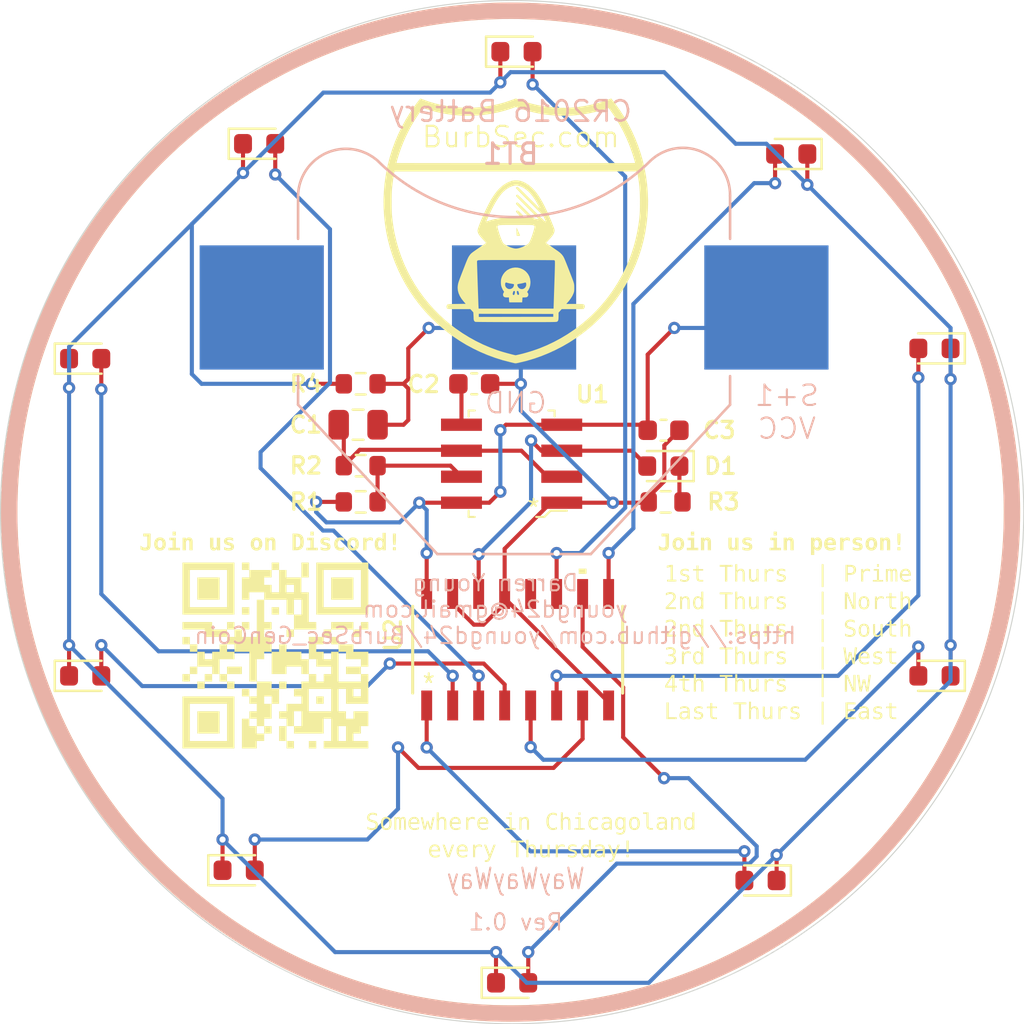
<source format=kicad_pcb>
(kicad_pcb (version 20240108) (generator "pcbnew") (generator_version "8.0")
  (title_block (title "BurbSec General Meetup Coin (2025)") (date "2024-12-28") (rev "0.1") (comment 1 "Email: youngd24@gmail.com") (comment 2 "Author: DY"))
  (layers (0 "F.Cu" signal) (31 "B.Cu" signal) (34 "B.Paste" user) (35 "F.Paste" user) (36 "B.SilkS" user "B.Silkscreen") (37 "F.SilkS" user "F.Silkscreen") (38 "B.Mask" user) (39 "F.Mask" user) (44 "Edge.Cuts" user))
  (net 0 "")
  (net 1 "VCC")
  (net 2 "GND")
  (net 3 "Net-(U1-THRES)")
  (net 4 "Net-(U1-CONT)")
  (net 5 "Net-(D1-K)")
  (net 6 "Net-(D1-A)")
  (net 7 "Net-(D10-K)")
  (net 8 "Net-(D2-A)")
  (net 9 "Net-(D3-A)")
  (net 10 "Net-(D4-A)")
  (net 11 "Net-(D5-A)")
  (net 12 "Net-(D6-A)")
  (net 13 "Net-(D7-A)")
  (net 14 "Net-(D8-A)")
  (net 15 "Net-(D9-A)")
  (net 16 "Net-(D10-A)")
  (net 17 "Net-(D11-A)")
  (net 18 "Net-(U1-DISCH)")
  (footprint "LED_SMD:LED_0603_1608Metric" (layer "F.Cu") (at 134.575 113)
    (property "Reference" "D7" (hide yes))
    (property "Value" "LED" (hide yes))
    (pad "1" smd roundrect (at -0.7875 0) (size 0.875 0.95) (layers "F.Cu" "F.Paste" "F.Mask") (net 7 "Net-(D10-K)"))
    (pad "2" smd roundrect (at 0.7875 0) (size 0.875 0.95) (layers "F.Cu" "F.Paste" "F.Mask") (net 13 "Net-(D7-A)"))
  )
  (footprint "LOGO" (layer "F.Cu") (at 134.75 76.25)
    (property "Reference" "G***" (hide yes))
    (property "Value" "LOGO" (hide yes))
  )
  (footprint "LED_SMD:LED_0603_1608Metric" (layer "F.Cu") (at 155.2125 98 180)
    (property "Reference" "D5" (hide yes))
    (property "Value" "LED" (hide yes))
    (pad "1" smd roundrect (at -0.7875 0 180) (size 0.875 0.95) (layers "F.Cu" "F.Paste" "F.Mask") (net 7 "Net-(D10-K)"))
    (pad "2" smd roundrect (at 0.7875 0 180) (size 0.875 0.95) (layers "F.Cu" "F.Paste" "F.Mask") (net 11 "Net-(D5-A)"))
  )
  (footprint "digikey-footprints:SOIC-8_W3.9mm" (layer "F.Cu") (at 134.55 87.635 90)
    (property "Reference" "U1" (at 3.385 3.95 180) (layer "F.SilkS") (effects (font (size 0.8 0.8))))
    (property "Value" "NE555DR" (hide yes))
    (pad "1" smd rect (at -1.905 2.45 90) (size 0.6 2) (layers "F.Cu" "F.Paste" "F.Mask") (net 2 "GND"))
    (pad "2" smd rect (at -0.635 2.45 90) (size 0.6 2) (layers "F.Cu" "F.Paste" "F.Mask") (net 3 "Net-(U1-THRES)"))
    (pad "3" smd rect (at 0.635 2.45 90) (size 0.6 2) (layers "F.Cu" "F.Paste" "F.Mask") (net 6 "Net-(D1-A)"))
    (pad "4" smd rect (at 1.905 2.45 90) (size 0.6 2) (layers "F.Cu" "F.Paste" "F.Mask") (net 1 "VCC"))
    (pad "5" smd rect (at 1.905 -2.45 90) (size 0.6 2) (layers "F.Cu" "F.Paste" "F.Mask") (net 4 "Net-(U1-CONT)"))
    (pad "6" smd rect (at 0.635 -2.45 90) (size 0.6 2) (layers "F.Cu" "F.Paste" "F.Mask") (net 3 "Net-(U1-THRES)"))
    (pad "7" smd rect (at -0.635 -2.45 90) (size 0.6 2) (layers "F.Cu" "F.Paste" "F.Mask") (net 18 "Net-(U1-DISCH)"))
    (pad "8" smd rect (at -1.905 -2.45 90) (size 0.6 2) (layers "F.Cu" "F.Paste" "F.Mask") (net 1 "VCC"))
  )
  (footprint "Capacitor_SMD:C_0805_2012Metric" (layer "F.Cu") (at 127.05 85.73)
    (property "Reference" "C1" (at -2.55 0 0) (layer "F.SilkS") (effects (font (size 0.8 0.8))))
    (property "Value" "10uF" (hide yes))
    (pad "1" smd roundrect (at -0.95 0) (size 1 1.45) (layers "F.Cu" "F.Paste" "F.Mask") (net 3 "Net-(U1-THRES)"))
    (pad "2" smd roundrect (at 0.95 0) (size 1 1.45) (layers "F.Cu" "F.Paste" "F.Mask") (net 2 "GND"))
  )
  (footprint "LED_SMD:LED_0603_1608Metric" (layer "F.Cu") (at 134.7875 67.5)
    (property "Reference" "D2" (hide yes))
    (property "Value" "LED" (hide yes))
    (pad "1" smd roundrect (at -0.7875 0) (size 0.875 0.95) (layers "F.Cu" "F.Paste" "F.Mask") (net 7 "Net-(D10-K)"))
    (pad "2" smd roundrect (at 0.7875 0) (size 0.875 0.95) (layers "F.Cu" "F.Paste" "F.Mask") (net 8 "Net-(D2-A)"))
  )
  (footprint "LED_SMD:LED_0603_1608Metric" (layer "F.Cu") (at 155.2125 82 180)
    (property "Reference" "D4" (hide yes))
    (property "Value" "LED" (hide yes))
    (pad "1" smd roundrect (at -0.7875 0 180) (size 0.875 0.95) (layers "F.Cu" "F.Paste" "F.Mask") (net 7 "Net-(D10-K)"))
    (pad "2" smd roundrect (at 0.7875 0 180) (size 0.875 0.95) (layers "F.Cu" "F.Paste" "F.Mask") (net 10 "Net-(D4-A)"))
  )
  (footprint "LED_SMD:LED_0603_1608Metric" (layer "F.Cu") (at 113.7125 82.5)
    (property "Reference" "D10" (hide yes))
    (property "Value" "LED" (hide yes))
    (pad "1" smd roundrect (at -0.7875 0) (size 0.875 0.95) (layers "F.Cu" "F.Paste" "F.Mask") (net 7 "Net-(D10-K)"))
    (pad "2" smd roundrect (at 0.7875 0) (size 0.875 0.95) (layers "F.Cu" "F.Paste" "F.Mask") (net 16 "Net-(D10-A)"))
  )
  (footprint "LED_SMD:LED_0603_1608Metric" (layer "F.Cu") (at 141.9625 87.75 180)
    (property "Reference" "D1" (at -2.7875 0 0) (layer "F.SilkS") (effects (font (size 0.8 0.8))))
    (property "Value" "LED" (hide yes))
    (pad "1" smd roundrect (at -0.7875 0 180) (size 0.875 0.95) (layers "F.Cu" "F.Paste" "F.Mask") (net 5 "Net-(D1-K)"))
    (pad "2" smd roundrect (at 0.7875 0 180) (size 0.875 0.95) (layers "F.Cu" "F.Paste" "F.Mask") (net 6 "Net-(D1-A)"))
  )
  (footprint "footprints:SO16_SOT109-1_NEX" (layer "F.Cu") (at 134.845 96.72415 90)
    (property "Reference" "U2" (at 0.72415 -6.095 90) (layer "F.SilkS") (effects (font (size 0.8 0.8))))
    (property "Value" "74HC4017D_653" (hide yes))
    (pad "1" smd rect (at -2.72415 -4.445 90) (size 1.4605 0.5334) (layers "F.Cu" "F.Paste" "F.Mask") (net 12 "Net-(D6-A)"))
    (pad "2" smd rect (at -2.72415 -3.175 90) (size 1.4605 0.5334) (layers "F.Cu" "F.Paste" "F.Mask") (net 16 "Net-(D10-A)"))
    (pad "3" smd rect (at -2.72415 -1.905 90) (size 1.4605 0.5334) (layers "F.Cu" "F.Paste" "F.Mask") (net 17 "Net-(D11-A)"))
    (pad "4" smd rect (at -2.72415 -0.635 90) (size 1.4605 0.5334) (layers "F.Cu" "F.Paste" "F.Mask") (net 15 "Net-(D9-A)"))
    (pad "5" smd rect (at -2.72415 0.635 90) (size 1.4605 0.5334) (layers "F.Cu" "F.Paste" "F.Mask") (net 11 "Net-(D5-A)"))
    (pad "6" smd rect (at -2.72415 1.905 90) (size 1.4605 0.5334) (layers "F.Cu" "F.Paste" "F.Mask") (net 10 "Net-(D4-A)"))
    (pad "7" smd rect (at -2.72415 3.175 90) (size 1.4605 0.5334) (layers "F.Cu" "F.Paste" "F.Mask") (net 14 "Net-(D8-A)"))
    (pad "8" smd rect (at -2.72415 4.445 90) (size 1.4605 0.5334) (layers "F.Cu" "F.Paste" "F.Mask") (net 2 "GND"))
    (pad "9" smd rect (at 2.72415 4.445 90) (size 1.4605 0.5334) (layers "F.Cu" "F.Paste" "F.Mask") (net 9 "Net-(D3-A)"))
    (pad "10" smd rect (at 2.72415 3.175 90) (size 1.4605 0.5334) (layers "F.Cu" "F.Paste" "F.Mask") (net 13 "Net-(D7-A)"))
    (pad "11" smd rect (at 2.72415 1.905 90) (size 1.4605 0.5334) (layers "F.Cu" "F.Paste" "F.Mask") (net 8 "Net-(D2-A)"))
    (pad "12" smd rect (at 2.72415 0.635 90) (size 1.4605 0.5334) (layers "F.Cu" "F.Paste" "F.Mask"))
    (pad "13" smd rect (at 2.72415 -0.635 90) (size 1.4605 0.5334) (layers "F.Cu" "F.Paste" "F.Mask") (net 2 "GND"))
    (pad "14" smd rect (at 2.72415 -1.905 90) (size 1.4605 0.5334) (layers "F.Cu" "F.Paste" "F.Mask") (net 6 "Net-(D1-A)"))
    (pad "15" smd rect (at 2.72415 -3.175 90) (size 1.4605 0.5334) (layers "F.Cu" "F.Paste" "F.Mask") (net 2 "GND"))
    (pad "16" smd rect (at 2.72415 -4.445 90) (size 1.4605 0.5334) (layers "F.Cu" "F.Paste" "F.Mask") (net 1 "VCC"))
  )
  (footprint "Resistor_SMD:R_0603_1608Metric" (layer "F.Cu") (at 127.175 87.73 180)
    (property "Reference" "R2" (at 2.675 0 0) (layer "F.SilkS") (effects (font (size 0.8 0.8))))
    (property "Value" "10k" (hide yes))
    (pad "1" smd roundrect (at -0.825 0 180) (size 0.8 0.95) (layers "F.Cu" "F.Paste" "F.Mask") (net 18 "Net-(U1-DISCH)"))
    (pad "2" smd roundrect (at 0.825 0 180) (size 0.8 0.95) (layers "F.Cu" "F.Paste" "F.Mask") (net 3 "Net-(U1-THRES)"))
  )
  (footprint "LED_SMD:LED_0603_1608Metric" (layer "F.Cu") (at 113.7125 98)
    (property "Reference" "D9" (hide yes))
    (property "Value" "LED" (hide yes))
    (pad "1" smd roundrect (at -0.7875 0) (size 0.875 0.95) (layers "F.Cu" "F.Paste" "F.Mask") (net 7 "Net-(D10-K)"))
    (pad "2" smd roundrect (at 0.7875 0) (size 0.875 0.95) (layers "F.Cu" "F.Paste" "F.Mask") (net 15 "Net-(D9-A)"))
  )
  (footprint "LOGO" (layer "F.Cu") (at 134.75 77.25)
    (property "Reference" "G***" (hide yes))
    (property "Value" "LOGO" (hide yes))
  )
  (footprint "Resistor_SMD:R_0603_1608Metric" (layer "F.Cu") (at 127.175 83.73 180)
    (property "Reference" "R4" (at 2.675 0 180) (layer "F.SilkS") (effects (font (size 0.8 0.8))))
    (property "Value" "680R" (hide yes))
    (pad "1" smd roundrect (at -0.825 0 180) (size 0.8 0.95) (layers "F.Cu" "F.Paste" "F.Mask") (net 2 "GND"))
    (pad "2" smd roundrect (at 0.825 0 180) (size 0.8 0.95) (layers "F.Cu" "F.Paste" "F.Mask") (net 7 "Net-(D10-K)"))
  )
  (footprint "Resistor_SMD:R_0603_1608Metric" (layer "F.Cu") (at 142.075 89.5 180)
    (property "Reference" "R3" (at -2.825 0 0) (layer "F.SilkS") (effects (font (size 0.8 0.8))))
    (property "Value" "680R" (hide yes))
    (pad "1" smd roundrect (at -0.825 0 180) (size 0.8 0.95) (layers "F.Cu" "F.Paste" "F.Mask") (net 5 "Net-(D1-K)"))
    (pad "2" smd roundrect (at 0.825 0 180) (size 0.8 0.95) (layers "F.Cu" "F.Paste" "F.Mask") (net 2 "GND"))
  )
  (footprint "LED_SMD:LED_0603_1608Metric" (layer "F.Cu") (at 146.7125 108 180)
    (property "Reference" "D6" (hide yes))
    (property "Value" "LED" (hide yes))
    (pad "1" smd roundrect (at -0.7875 0 180) (size 0.875 0.95) (layers "F.Cu" "F.Paste" "F.Mask") (net 7 "Net-(D10-K)"))
    (pad "2" smd roundrect (at 0.7875 0 180) (size 0.875 0.95) (layers "F.Cu" "F.Paste" "F.Mask") (net 12 "Net-(D6-A)"))
  )
  (footprint "Capacitor_SMD:C_0603_1608Metric" (layer "F.Cu") (at 141.975 86)
    (property "Reference" "C3" (at 2.725 0 0) (layer "F.SilkS") (effects (font (size 0.8 0.8))))
    (property "Value" "10nF" (hide yes))
    (pad "1" smd roundrect (at -0.775 0) (size 0.9 0.95) (layers "F.Cu" "F.Paste" "F.Mask") (net 1 "VCC"))
    (pad "2" smd roundrect (at 0.775 0) (size 0.9 0.95) (layers "F.Cu" "F.Paste" "F.Mask") (net 2 "GND"))
  )
  (footprint "LED_SMD:LED_0603_1608Metric" (layer "F.Cu") (at 121.2125 107.5)
    (property "Reference" "D8" (hide yes))
    (property "Value" "LED" (hide yes))
    (pad "1" smd roundrect (at -0.7875 0) (size 0.875 0.95) (layers "F.Cu" "F.Paste" "F.Mask") (net 7 "Net-(D10-K)"))
    (pad "2" smd roundrect (at 0.7875 0) (size 0.875 0.95) (layers "F.Cu" "F.Paste" "F.Mask") (net 14 "Net-(D8-A)"))
  )
  (footprint "LED_SMD:LED_0603_1608Metric" (layer "F.Cu") (at 122.2125 72)
    (property "Reference" "D11" (hide yes))
    (property "Value" "LED" (hide yes))
    (pad "1" smd roundrect (at -0.7875 0) (size 0.875 0.95) (layers "F.Cu" "F.Paste" "F.Mask") (net 7 "Net-(D10-K)"))
    (pad "2" smd roundrect (at 0.7875 0) (size 0.875 0.95) (layers "F.Cu" "F.Paste" "F.Mask") (net 17 "Net-(D11-A)"))
  )
  (footprint "LOGO" (layer "F.Cu") (at 123 97)
    (property "Reference" "G***" (hide yes))
    (property "Value" "LOGO" (hide yes))
  )
  (footprint "Resistor_SMD:R_0603_1608Metric" (layer "F.Cu") (at 127.175 89.5)
    (property "Reference" "R1" (at -2.675 0 0) (layer "F.SilkS") (effects (font (size 0.8 0.8))))
    (property "Value" "10k" (hide yes))
    (pad "1" smd roundrect (at -0.825 0) (size 0.8 0.95) (layers "F.Cu" "F.Paste" "F.Mask") (net 1 "VCC"))
    (pad "2" smd roundrect (at 0.825 0) (size 0.8 0.95) (layers "F.Cu" "F.Paste" "F.Mask") (net 18 "Net-(U1-DISCH)"))
  )
  (footprint "LED_SMD:LED_0603_1608Metric" (layer "F.Cu") (at 148.2125 72.5 180)
    (property "Reference" "D3" (hide yes))
    (property "Value" "LED" (hide yes))
    (pad "1" smd roundrect (at -0.7875 0 180) (size 0.875 0.95) (layers "F.Cu" "F.Paste" "F.Mask") (net 7 "Net-(D10-K)"))
    (pad "2" smd roundrect (at 0.7875 0 180) (size 0.875 0.95) (layers "F.Cu" "F.Paste" "F.Mask") (net 9 "Net-(D3-A)"))
  )
  (footprint "Capacitor_SMD:C_0603_1608Metric" (layer "F.Cu") (at 132.725 83.73)
    (property "Reference" "C2" (at -2.475 0.02 0) (layer "F.SilkS") (effects (font (size 0.8 0.8))))
    (property "Value" "10nF" (hide yes))
    (pad "1" smd roundrect (at -0.775 0) (size 0.9 0.95) (layers "F.Cu" "F.Paste" "F.Mask") (net 4 "Net-(U1-CONT)"))
    (pad "2" smd roundrect (at 0.775 0) (size 0.9 0.95) (layers "F.Cu" "F.Paste" "F.Mask") (net 2 "GND"))
  )
  (footprint "BCoin_Footprint_Library:BAT_BK-5067" (layer "B.Cu") (at 134.67 80 180)
    (property "Reference" "BT1" (at 0.17 7.5 0) (layer "B.SilkS") (effects (font (size 1.00178 1.00178)) (justify mirror)))
    (property "Value" "BK-5067" (hide yes))
    (pad "-" smd rect (at 0 0 180) (size 6.07 6.07) (layers "B.Cu" "B.Mask") (net 2 "GND"))
    (pad "S+1" smd rect (at -12.33 0 180) (size 6.07 6.07) (layers "B.Cu" "B.Paste" "B.Mask") (net 1 "VCC"))
    (pad "S+2" smd rect (at 12.33 0 180) (size 6.07 6.07) (layers "B.Cu" "B.Paste" "B.Mask"))
  )
  (gr_circle (center 134.5 90) (end 159 90) (stroke (width 0.8)) (fill none) (layer "B.SilkS"))
  (gr_circle (center 134.5 90) (end 159 90) (stroke (width 0.8)) (fill none) (layer "F.SilkS"))
  (gr_circle (center 134.575 90) (end 159.575 90) (stroke (width 0.05)) (fill none) (layer "Edge.Cuts"))
  (gr_text "WayWayWay" (at 134.75 108.5 0) (layer "B.SilkS") (effects (font (size 1 0.8) (thickness 0.1)) (justify bottom mirror)))
  (gr_text "Darren Young\nyoungd24@gmail.com\nhttps://github.com/youngd24/BurbSec_GenCoin" (at 133.75 96.5 0) (layer "B.SilkS") (effects (font (size 0.8 0.8) (thickness 0.1)) (justify bottom mirror)))
  (gr_text "Rev ${REVISION}" (at 134.75 110.5 0) (layer "B.SilkS") (effects (font (size 0.8 0.8) (thickness 0.1)) (justify bottom mirror)))
  (gr_text "S+1\nVCC" (at 148 86.5 0) (layer "B.SilkS") (effects (font (size 1 1) (thickness 0.1)) (justify bottom mirror)))
  (gr_text "GND" (at 134.75 85.25 0) (layer "B.SilkS") (effects (font (size 1 1) (thickness 0.1)) (justify bottom mirror)))
  (gr_text "CR2016 Battery" (at 134.5 71 0) (layer "B.SilkS") (effects (font (size 1 1) (thickness 0.125)) (justify bottom mirror)))
  (gr_text "Join us on Discord!" (at 122.758553 92 0) (layer "F.SilkS") (effects (font (size 0.8 0.8) (thickness 0.16) (bold yes)) (justify bottom)))
  (gr_text "*" (at 135.25 90.25 0) (layer "F.SilkS") (effects (font (size 0.8 0.8) (thickness 0.1)) (justify left bottom)))
  (gr_text "BurbSec.com" (at 135 72.25 0) (layer "F.SilkS") (effects (font (size 1 1) (thickness 0.1)) (justify bottom)))
  (gr_text "Somewhere in Chicagoland\nevery Thursday!" (at 135.5 107 0) (layer "F.SilkS") (effects (font (size 0.8 0.8) (thickness 0.1)) (justify bottom)))
  (gr_text "Join us in person!" (at 147.75 92 0) (layer "F.SilkS") (effects (font (size 0.8 0.8) (thickness 0.16) (bold yes)) (justify bottom)))
  (gr_text "*" (at 130.5 99 0) (layer "F.SilkS") (effects (font (size 1 0.8) (thickness 0.1)) (justify bottom)))
  (gr_text "1st Thurs  | Prime  \n2nd Thurs  | North\n2nd Thurs  | South\n3rd Thurs  | West\n4th Thurs  | NW\nLast Thurs | East" (at 142 100.25 0) (layer "F.SilkS") (effects (font (size 0.8 0.8) (thickness 0.1)) (justify left bottom)))
  (segment (start 141.2 82.3) (end 142.5 81) (width 0.2) (layer "F.Cu") (net 1))
  (segment (start 137 85.73) (end 134.27 85.73) (width 0.2) (layer "F.Cu") (net 1))
  (segment (start 141.2 86) (end 141.2 82.3) (width 0.2) (layer "F.Cu") (net 1))
  (segment (start 134.27 85.73) (end 134 86) (width 0.2) (layer "F.Cu") (net 1))
  (segment (start 130.4 94) (end 130.4 92) (width 0.2) (layer "F.Cu") (net 1))
  (segment (start 133.46 89.54) (end 134 89) (width 0.2) (layer "F.Cu") (net 1))
  (segment (start 132.1 89.54) (end 133.46 89.54) (width 0.2) (layer "F.Cu") (net 1))
  (segment (start 126.35 89.5) (end 125 89.5) (width 0.2) (layer "F.Cu") (net 1))
  (segment (start 132.1 89.54) (end 130.04 89.54) (width 0.2) (layer "F.Cu") (net 1))
  (segment (start 140.93 85.73) (end 141.2 86) (width 0.2) (layer "F.Cu") (net 1))
  (segment (start 137 85.73) (end 140.93 85.73) (width 0.2) (layer "F.Cu") (net 1))
  (via (at 130.04 89.54) (size 0.6) (drill 0.3) (layers "F.Cu" "B.Cu") (net 1))
  (via (at 130.4 92) (size 0.6) (drill 0.3) (layers "F.Cu" "B.Cu") (net 1))
  (via (at 125 89.5) (size 0.6) (drill 0.3) (layers "F.Cu" "B.Cu") (net 1))
  (via (at 134 89) (size 0.6) (drill 0.3) (layers "F.Cu" "B.Cu") (net 1))
  (via (at 134 86) (size 0.6) (drill 0.3) (layers "F.Cu" "B.Cu") (net 1))
  (via (at 142.5 81) (size 0.6) (drill 0.3) (layers "F.Cu" "B.Cu") (net 1))
  (segment (start 125.5 90.5) (end 125 90) (width 0.2) (layer "B.Cu") (net 1))
  (segment (start 130.4 92) (end 130.4 89.9) (width 0.2) (layer "B.Cu") (net 1))
  (segment (start 130.4 89.9) (end 130.04 89.54) (width 0.2) (layer "B.Cu") (net 1))
  (segment (start 125 90) (end 125 89.5) (width 0.2) (layer "B.Cu") (net 1))
  (segment (start 129.08 90.5) (end 125.5 90.5) (width 0.2) (layer "B.Cu") (net 1))
  (segment (start 130.04 89.54) (end 129.08 90.5) (width 0.2) (layer "B.Cu") (net 1))
  (segment (start 134 89) (end 134 86) (width 0.2) (layer "B.Cu") (net 1))
  (segment (start 147 81) (end 142.5 81) (width 0.2) (layer "B.Cu") (net 1))
  (segment (start 134.21 91.79) (end 136.46 89.54) (width 0.2) (layer "F.Cu") (net 2))
  (segment (start 142.0125 88.4875) (end 142.0125 86.7375) (width 0.2) (layer "F.Cu") (net 2))
  (segment (start 129.5 83.96) (end 129.27 83.73) (width 0.2) (layer "F.Cu") (net 2))
  (segment (start 129.5 83.5) (end 129.5 82) (width 0.2) (layer "F.Cu") (net 2))
  (segment (start 141.25 89.5) (end 141.25 89.25) (width 0.2) (layer "F.Cu") (net 2))
  (segment (start 129.5 85.5) (end 129.5 83.96) (width 0.2) (layer "F.Cu") (net 2))
  (segment (start 134.21 94.21) (end 134.21 94) (width 0.2) (layer "F.Cu") (net 2))
  (segment (start 131.67 94.46355) (end 132.70645 95.5) (width 0.2) (layer "F.Cu") (net 2))
  (segment (start 133.5 83.73) (end 135 83.73) (width 0.2) (layer "F.Cu") (net 2))
  (segment (start 129.27 85.73) (end 129.5 85.5) (width 0.2) (layer "F.Cu") (net 2))
  (segment (start 134.21 94) (end 134.21 91.79) (width 0.2) (layer "F.Cu") (net 2))
  (segment (start 131.67 94) (end 131.67 94.46355) (width 0.2) (layer "F.Cu") (net 2))
  (segment (start 134.21 94.46355) (end 134.21 94) (width 0.2) (layer "F.Cu") (net 2))
  (segment (start 136.46 89.54) (end 137 89.54) (width 0.2) (layer "F.Cu") (net 2))
  (segment (start 129.5 82) (end 130.5 81) (width 0.2) (layer "F.Cu") (net 2))
  (segment (start 129.27 83.73) (end 129.5 83.5) (width 0.2) (layer "F.Cu") (net 2))
  (segment (start 141.21 89.54) (end 141.25 89.5) (width 0.2) (layer "F.Cu") (net 2))
  (segment (start 139.29 99.29) (end 134.21 94.21) (width 0.2) (layer "F.Cu") (net 2))
  (segment (start 137 89.54) (end 139.5 89.54) (width 0.2) (layer "F.Cu") (net 2))
  (segment (start 132.70645 95.5) (end 133.17355 95.5) (width 0.2) (layer "F.Cu") (net 2))
  (segment (start 128 83.73) (end 129.27 83.73) (width 0.2) (layer "F.Cu") (net 2))
  (segment (start 133.17355 95.5) (end 134.21 94.46355) (width 0.2) (layer "F.Cu") (net 2))
  (segment (start 142.0125 86.7375) (end 142.75 86) (width 0.2) (layer "F.Cu") (net 2))
  (segment (start 141.25 89.25) (end 142.0125 88.4875) (width 0.2) (layer "F.Cu") (net 2))
  (segment (start 128 85.73) (end 129.27 85.73) (width 0.2) (layer "F.Cu") (net 2))
  (segment (start 139.5 89.54) (end 141.21 89.54) (width 0.2) (layer "F.Cu") (net 2))
  (segment (start 139.29 99.4483) (end 139.29 99.29) (width 0.2) (layer "F.Cu") (net 2))
  (via (at 139.5 89.54) (size 0.6) (drill 0.3) (layers "F.Cu" "B.Cu") (net 2))
  (via (at 135 83.73) (size 0.6) (drill 0.3) (layers "F.Cu" "B.Cu") (net 2))
  (via (at 130.5 81) (size 0.6) (drill 0.3) (layers "F.Cu" "B.Cu") (net 2))
  (segment (start 135 83.73) (end 135 85.04) (width 0.2) (layer "B.Cu") (net 2))
  (segment (start 135 83.73) (end 135 80.33) (width 0.2) (layer "B.Cu") (net 2))
  (segment (start 135 85.04) (end 139.5 89.54) (width 0.2) (layer "B.Cu") (net 2))
  (segment (start 135 80.33) (end 134.67 80) (width 0.2) (layer "B.Cu") (net 2))
  (segment (start 134.67 81) (end 130.5 81) (width 0.2) (layer "B.Cu") (net 2))
  (segment (start 126.35 87.73) (end 126.35 85.98) (width 0.2) (layer "F.Cu") (net 3))
  (segment (start 136.3 88.27) (end 135.03 87) (width 0.2) (layer "F.Cu") (net 3))
  (segment (start 135.03 87) (end 132.1 87) (width 0.2) (layer "F.Cu") (net 3))
  (segment (start 137 88.27) (end 136.3 88.27) (width 0.2) (layer "F.Cu") (net 3))
  (segment (start 126.35 85.98) (end 126.1 85.73) (width 0.2) (layer "F.Cu") (net 3))
  (segment (start 127.125 86.955) (end 126.35 87.73) (width 0.2) (layer "F.Cu") (net 3))
  (segment (start 132.055 86.955) (end 127.125 86.955) (width 0.2) (layer "F.Cu") (net 3))
  (segment (start 132.1 87) (end 132.055 86.955) (width 0.2) (layer "F.Cu") (net 3))
  (segment (start 132.1 85.73) (end 132.1 83.88) (width 0.2) (layer "F.Cu") (net 4))
  (segment (start 132.1 83.88) (end 131.95 83.73) (width 0.2) (layer "F.Cu") (net 4))
  (segment (start 142.75 89.35) (end 142.9 89.5) (width 0.2) (layer "F.Cu") (net 5))
  (segment (start 142.75 87.75) (end 142.75 89.35) (width 0.2) (layer "F.Cu") (net 5))
  (segment (start 132.94 94) (end 132.94 92.06) (width 0.2) (layer "F.Cu") (net 6))
  (segment (start 137 87) (end 140.425 87) (width 0.2) (layer "F.Cu") (net 6))
  (segment (start 137 87) (end 136 87) (width 0.2) (layer "F.Cu") (net 6))
  (segment (start 140.425 87) (end 141.175 87.75) (width 0.2) (layer "F.Cu") (net 6))
  (segment (start 136 87) (end 135.5 86.5) (width 0.2) (layer "F.Cu") (net 6))
  (via (at 135.5 86.5) (size 0.6) (drill 0.3) (layers "F.Cu" "B.Cu") (net 6))
  (via (at 132.94 92.06) (size 0.6) (drill 0.3) (layers "F.Cu" "B.Cu") (net 6))
  (segment (start 135.5 86.5) (end 135.5 89.5) (width 0.2) (layer "B.Cu") (net 6))
  (segment (start 135.5 89.5) (end 132.94 92.06) (width 0.2) (layer "B.Cu") (net 6))
  (segment (start 134 68) (end 134 69) (width 0.2) (layer "F.Cu") (net 7))
  (segment (start 133.7875 113) (end 133.7875 111.5) (width 0.2) (layer "F.Cu") (net 7))
  (segment (start 149 72.5) (end 149 74) (width 0.2) (layer "F.Cu") (net 7))
  (segment (start 112.925 82.5) (end 112.925 83.925) (width 0.2) (layer "F.Cu") (net 7))
  (segment (start 156 98) (end 156 96.5) (width 0.2) (layer "F.Cu") (net 7))
  (segment (start 126.35 83.73) (end 124.77 83.73) (width 0.2) (layer "F.Cu") (net 7))
  (segment (start 121.425 72) (end 121.425 73.425) (width 0.2) (layer "F.Cu") (net 7))
  (segment (start 156 82) (end 156 83.5) (width 0.2) (layer "F.Cu") (net 7))
  (segment (start 112.925 98) (end 112.925 96.5) (width 0.2) (layer "F.Cu") (net 7))
  (segment (start 120.425 107.5) (end 120.425 106) (width 0.2) (layer "F.Cu") (net 7))
  (segment (start 147.5 108) (end 147.5 106.75) (width 0.2) (layer "F.Cu") (net 7))
  (via (at 112.925 96.5) (size 0.6) (drill 0.3) (layers "F.Cu" "B.Cu") (net 7))
  (via (at 134 69) (size 0.6) (drill 0.3) (layers "F.Cu" "B.Cu") (net 7))
  (via (at 149 74) (size 0.6) (drill 0.3) (layers "F.Cu" "B.Cu") (net 7))
  (via (at 124.77 83.73) (size 0.6) (drill 0.3) (layers "F.Cu" "B.Cu") (net 7))
  (via (at 121.425 73.425) (size 0.6) (drill 0.3) (layers "F.Cu" "B.Cu") (net 7))
  (via (at 133.7875 111.5) (size 0.6) (drill 0.3) (layers "F.Cu" "B.Cu") (net 7))
  (via (at 147.5 106.75) (size 0.6) (drill 0.3) (layers "F.Cu" "B.Cu") (net 7))
  (via (at 156 83.5) (size 0.6) (drill 0.3) (layers "F.Cu" "B.Cu") (net 7))
  (via (at 120.425 106) (size 0.6) (drill 0.3) (layers "F.Cu" "B.Cu") (net 7))
  (via (at 112.925 83.925) (size 0.6) (drill 0.3) (layers "F.Cu" "B.Cu") (net 7))
  (via (at 156 96.5) (size 0.6) (drill 0.3) (layers "F.Cu" "B.Cu") (net 7))
  (segment (start 142 68.5) (end 145.5 72) (width 0.2) (layer "B.Cu") (net 7))
  (segment (start 147 72) (end 149 74) (width 0.2) (layer "B.Cu") (net 7))
  (segment (start 145.5 72) (end 147 72) (width 0.2) (layer "B.Cu") (net 7))
  (segment (start 134 69) (end 133.5 69.5) (width 0.2) (layer "B.Cu") (net 7))
  (segment (start 156 98.25) (end 156 96.5) (width 0.2) (layer "B.Cu") (net 7))
  (segment (start 156 83.5) (end 156 96.5) (width 0.2) (layer "B.Cu") (net 7))
  (segment (start 119.425 75.425) (end 121.425 73.425) (width 0.2) (layer "B.Cu") (net 7))
  (segment (start 124.77 83.73) (end 119.4 83.73) (width 0.2) (layer "B.Cu") (net 7))
  (segment (start 147.5 106.75) (end 141.25 113) (width 0.2) (layer "B.Cu") (net 7))
  (segment (start 134 69) (end 134.5 68.5) (width 0.2) (layer "B.Cu") (net 7))
  (segment (start 134.5 68.5) (end 142 68.5) (width 0.2) (layer "B.Cu") (net 7))
  (segment (start 125.925 111.5) (end 120.425 106) (width 0.2) (layer "B.Cu") (net 7))
  (segment (start 120.425 106) (end 120.425 104) (width 0.2) (layer "B.Cu") (net 7))
  (segment (start 119.4 83.73) (end 118.925 83.255) (width 0.2) (layer "B.Cu") (net 7))
  (segment (start 135.2875 113) (end 133.7875 111.5) (width 0.2) (layer "B.Cu") (net 7))
  (segment (start 112.925 96.5) (end 112.925 83.925) (width 0.2) (layer "B.Cu") (net 7))
  (segment (start 133.7875 111.5) (end 125.925 111.5) (width 0.2) (layer "B.Cu") (net 7))
  (segment (start 149 74) (end 156 81) (width 0.2) (layer "B.Cu") (net 7))
  (segment (start 125.35 69.5) (end 121.425 73.425) (width 0.2) (layer "B.Cu") (net 7))
  (segment (start 147.5 106.75) (end 156 98.25) (width 0.2) (layer "B.Cu") (net 7))
  (segment (start 118.925 83.255) (end 118.925 75.925) (width 0.2) (layer "B.Cu") (net 7))
  (segment (start 112.925 81.925) (end 119.425 75.425) (width 0.2) (layer "B.Cu") (net 7))
  (segment (start 156 81) (end 156 83.5) (width 0.2) (layer "B.Cu") (net 7))
  (segment (start 141.25 113) (end 135.2875 113) (width 0.2) (layer "B.Cu") (net 7))
  (segment (start 120.425 104) (end 112.925 96.5) (width 0.2) (layer "B.Cu") (net 7))
  (segment (start 112.925 83.925) (end 112.925 81.925) (width 0.2) (layer "B.Cu") (net 7))
  (segment (start 133.5 69.5) (end 125.35 69.5) (width 0.2) (layer "B.Cu") (net 7))
  (segment (start 118.925 75.925) (end 119.425 75.425) (width 0.2) (layer "B.Cu") (net 7))
  (segment (start 135.575 68) (end 135.575 69.1) (width 0.2) (layer "F.Cu") (net 8))
  (segment (start 136.75 94) (end 136.75 92) (width 0.2) (layer "F.Cu") (net 8))
  (via (at 136.75 92) (size 0.6) (drill 0.3) (layers "F.Cu" "B.Cu") (net 8))
  (via (at 135.575 69.1) (size 0.6) (drill 0.3) (layers "F.Cu" "B.Cu") (net 8))
  (segment (start 135.575 69.1) (end 135.6 69.1) (width 0.2) (layer "B.Cu") (net 8))
  (segment (start 135.6 69.1) (end 140.1 73.6) (width 0.2) (layer "B.Cu") (net 8))
  (segment (start 140.1 73.6) (end 140.1 89.788529) (width 0.2) (layer "B.Cu") (net 8))
  (segment (start 137.888529 92) (end 136.75 92) (width 0.2) (layer "B.Cu") (net 8))
  (segment (start 140.1 89.788529) (end 137.888529 92) (width 0.2) (layer "B.Cu") (net 8))
  (segment (start 147.425 72.5) (end 147.425 73.925) (width 0.2) (layer "F.Cu") (net 9))
  (segment (start 139.29 94) (end 139.29 92) (width 0.2) (layer "F.Cu") (net 9))
  (via (at 139.29 92) (size 0.6) (drill 0.3) (layers "F.Cu" "B.Cu") (net 9))
  (via (at 147.425 73.925) (size 0.6) (drill 0.3) (layers "F.Cu" "B.Cu") (net 9))
  (segment (start 140.5 79.83) (end 140.5 90.79) (width 0.2) (layer "B.Cu") (net 9))
  (segment (start 140.5 90.79) (end 139.29 92) (width 0.2) (layer "B.Cu") (net 9))
  (segment (start 146.405 73.925) (end 140.5 79.83) (width 0.2) (layer "B.Cu") (net 9))
  (segment (start 147.425 73.925) (end 146.405 73.925) (width 0.2) (layer "B.Cu") (net 9))
  (segment (start 154.425 82) (end 154.425 83.425) (width 0.2) (layer "F.Cu") (net 10))
  (segment (start 136.75 99.4483) (end 136.75 98) (width 0.2) (layer "F.Cu") (net 10))
  (via (at 136.75 98) (size 0.6) (drill 0.3) (layers "F.Cu" "B.Cu") (net 10))
  (via (at 154.425 83.425) (size 0.6) (drill 0.3) (layers "F.Cu" "B.Cu") (net 10))
  (segment (start 154.425 83.425) (end 154.425 94.075) (width 0.2) (layer "B.Cu") (net 10))
  (segment (start 154.425 94.075) (end 150.5 98) (width 0.2) (layer "B.Cu") (net 10))
  (segment (start 150.5 98) (end 136.75 98) (width 0.2) (layer "B.Cu") (net 10))
  (segment (start 135.48 99.4483) (end 135.48 101.48) (width 0.2) (layer "F.Cu") (net 11))
  (segment (start 154.425 98) (end 154.425 96.575) (width 0.2) (layer "F.Cu") (net 11))
  (via (at 154.425 96.575) (size 0.6) (drill 0.3) (layers "F.Cu" "B.Cu") (net 11))
  (via (at 135.48 101.48) (size 0.6) (drill 0.3) (layers "F.Cu" "B.Cu") (net 11))
  (segment (start 154.425 96.575) (end 148.9 102.1) (width 0.2) (layer "B.Cu") (net 11))
  (segment (start 136.1 102.1) (end 135.48 101.48) (width 0.2) (layer "B.Cu") (net 11))
  (segment (start 148.9 102.1) (end 136.1 102.1) (width 0.2) (layer "B.Cu") (net 11))
  (segment (start 145.925 108) (end 145.925 106.575) (width 0.2) (layer "F.Cu") (net 12))
  (segment (start 130.4 99.4483) (end 130.4 101.5) (width 0.2) (layer "F.Cu") (net 12))
  (via (at 145.925 106.575) (size 0.6) (drill 0.3) (layers "F.Cu" "B.Cu") (net 12))
  (via (at 130.4 101.5) (size 0.6) (drill 0.3) (layers "F.Cu" "B.Cu") (net 12))
  (segment (start 135.475 106.575) (end 130.4 101.5) (width 0.2) (layer "B.Cu") (net 12))
  (segment (start 145.925 106.575) (end 135.475 106.575) (width 0.2) (layer "B.Cu") (net 12))
  (segment (start 140 98.56135) (end 138.02 96.58135) (width 0.2) (layer "F.Cu") (net 13))
  (segment (start 135.3625 113) (end 135.3625 111.5) (width 0.2) (layer "F.Cu") (net 13))
  (segment (start 138.02 96.58135) (end 138.02 94) (width 0.2) (layer "F.Cu") (net 13))
  (segment (start 142 103) (end 140 101) (width 0.2) (layer "F.Cu") (net 13))
  (segment (start 140 101) (end 140 98.56135) (width 0.2) (layer "F.Cu") (net 13))
  (via (at 142 103) (size 0.6) (drill 0.3) (layers "F.Cu" "B.Cu") (net 13))
  (via (at 135.3625 111.5) (size 0.6) (drill 0.3) (layers "F.Cu" "B.Cu") (net 13))
  (segment (start 143.198529 103) (end 146.525 106.326471) (width 0.2) (layer "B.Cu") (net 13))
  (segment (start 146.525 106.326471) (end 146.525 106.823529) (width 0.2) (layer "B.Cu") (net 13))
  (segment (start 142 103) (end 143.198529 103) (width 0.2) (layer "B.Cu") (net 13))
  (segment (start 146.525 106.823529) (end 146.173529 107.175) (width 0.2) (layer "B.Cu") (net 13))
  (segment (start 146.173529 107.175) (end 139.6875 107.175) (width 0.2) (layer "B.Cu") (net 13))
  (segment (start 139.6875 107.175) (end 135.3625 111.5) (width 0.2) (layer "B.Cu") (net 13))
  (segment (start 130 102.5) (end 136.598529 102.5) (width 0.2) (layer "F.Cu") (net 14))
  (segment (start 129 101.5) (end 130 102.5) (width 0.2) (layer "F.Cu") (net 14))
  (segment (start 136.598529 102.5) (end 138.02 101.078529) (width 0.2) (layer "F.Cu") (net 14))
  (segment (start 138.02 101.078529) (end 138.02 99.4483) (width 0.2) (layer "F.Cu") (net 14))
  (segment (start 122 107.5) (end 122 106) (width 0.2) (layer "F.Cu") (net 14))
  (via (at 129 101.5) (size 0.6) (drill 0.3) (layers "F.Cu" "B.Cu") (net 14))
  (via (at 122 106) (size 0.6) (drill 0.3) (layers "F.Cu" "B.Cu") (net 14))
  (segment (start 127.5 106) (end 122 106) (width 0.2) (layer "B.Cu") (net 14))
  (segment (start 129 101.5) (end 129 104.5) (width 0.2) (layer "B.Cu") (net 14))
  (segment (start 129 104.5) (end 127.5 106) (width 0.2) (layer "B.Cu") (net 14))
  (segment (start 114.5 98) (end 114.5 96.5) (width 0.2) (layer "F.Cu") (net 15))
  (segment (start 134.21 99.4483) (end 134.21 98.421471) (width 0.2) (layer "F.Cu") (net 15))
  (segment (start 133.188529 97.4) (end 128.6 97.4) (width 0.2) (layer "F.Cu") (net 15))
  (segment (start 134.21 98.421471) (end 133.188529 97.4) (width 0.2) (layer "F.Cu") (net 15))
  (via (at 128.6 97.4) (size 0.6) (drill 0.3) (layers "F.Cu" "B.Cu") (net 15))
  (via (at 114.5 96.5) (size 0.6) (drill 0.3) (layers "F.Cu" "B.Cu") (net 15))
  (segment (start 128.6 97.4) (end 127.5 98.5) (width 0.2) (layer "B.Cu") (net 15))
  (segment (start 116.5 98.5) (end 114.5 96.5) (width 0.2) (layer "B.Cu") (net 15))
  (segment (start 127.5 98.5) (end 116.5 98.5) (width 0.2) (layer "B.Cu") (net 15))
  (segment (start 114.5 82.5) (end 114.5 84) (width 0.2) (layer "F.Cu") (net 16))
  (segment (start 131.67 99.4483) (end 131.67 98) (width 0.2) (layer "F.Cu") (net 16))
  (via (at 114.5 84) (size 0.6) (drill 0.3) (layers "F.Cu" "B.Cu") (net 16))
  (via (at 131.67 98) (size 0.6) (drill 0.3) (layers "F.Cu" "B.Cu") (net 16))
  (segment (start 130.47 96.8) (end 131.67 98) (width 0.2) (layer "B.Cu") (net 16))
  (segment (start 117.3 96.8) (end 130.47 96.8) (width 0.2) (layer "B.Cu") (net 16))
  (segment (start 114.5 94) (end 117.3 96.8) (width 0.2) (layer "B.Cu") (net 16))
  (segment (start 114.5 84) (end 114.5 94) (width 0.2) (layer "B.Cu") (net 16))
  (segment (start 132.94 99.4483) (end 132.94 98) (width 0.2) (layer "F.Cu") (net 17))
  (segment (start 123 72) (end 123 73.5) (width 0.2) (layer "F.Cu") (net 17))
  (via (at 132.94 98) (size 0.6) (drill 0.3) (layers "F.Cu" "B.Cu") (net 17))
  (via (at 123 73.5) (size 0.6) (drill 0.3) (layers "F.Cu" "B.Cu") (net 17))
  (segment (start 122.282843 87.065686) (end 125.675 83.673529) (width 0.2) (layer "B.Cu") (net 17))
  (segment (start 132.94 98) (end 125.84 90.9) (width 0.2) (layer "B.Cu") (net 17))
  (segment (start 125.675 76.175) (end 123 73.5) (width 0.2) (layer "B.Cu") (net 17))
  (segment (start 125.84 90.9) (end 125.334314 90.9) (width 0.2) (layer "B.Cu") (net 17))
  (segment (start 125.334314 90.9) (end 122.282843 87.848529) (width 0.2) (layer "B.Cu") (net 17))
  (segment (start 125.675 83.673529) (end 125.675 76.175) (width 0.2) (layer "B.Cu") (net 17))
  (segment (start 122.282843 87.848529) (end 122.282843 87.065686) (width 0.2) (layer "B.Cu") (net 17))
  (segment (start 131.56 87.73) (end 132.1 88.27) (width 0.2) (layer "F.Cu") (net 18))
  (segment (start 128 87.73) (end 131.56 87.73) (width 0.2) (layer "F.Cu") (net 18))
  (segment (start 128 87.73) (end 128 89.5) (width 0.2) (layer "F.Cu") (net 18))
)
</source>
